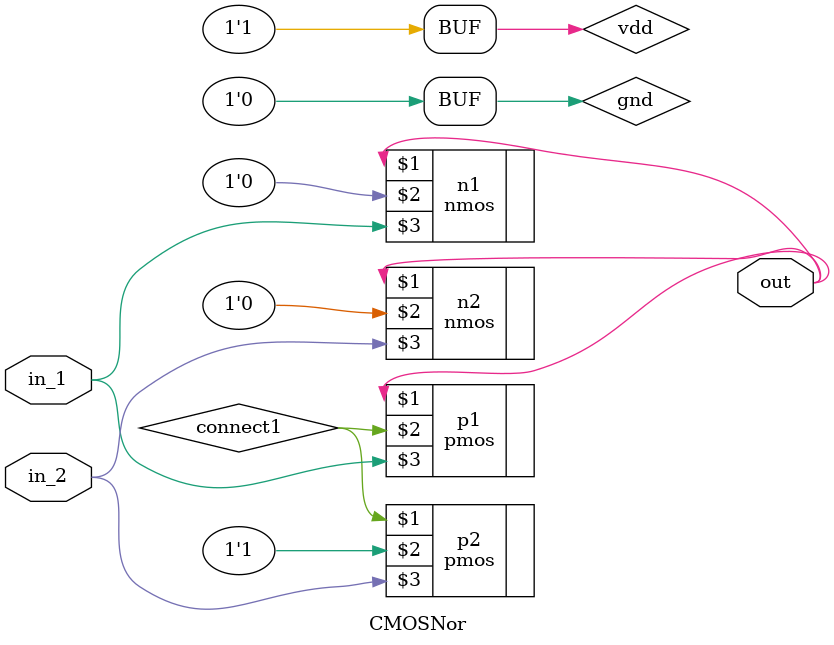
<source format=v>

module CMOSNor(in_1, in_2, out);

	// Declaring the ports
	input in_1, in_2;
	output out;

	// Declaring the power supply
	supply1 vdd;
	supply0 gnd;

	// Interconnects
	wire connect1;

	// Nor Gate Body
	nmos n1(out, gnd, in_1);
	nmos n2(out, gnd, in_2);

	pmos p1(out, connect1, in_1);
	pmos p2(connect1, vdd, in_2);

endmodule


</source>
